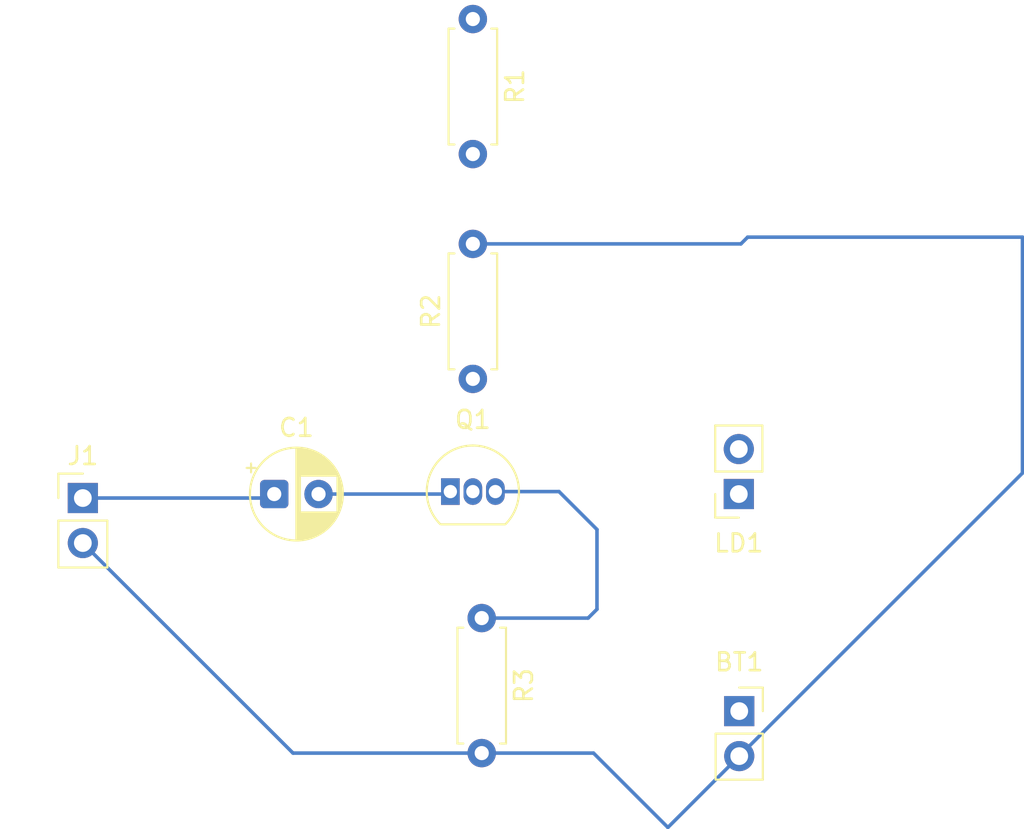
<source format=kicad_pcb>
(kicad_pcb (version 20241229) (generator "pcbnew") (generator_version "9.0")
  (layers (0 "F.Cu" signal) (2 "B.Cu" signal) (13 "F.Paste" user) (15 "B.Paste" user) (5 "F.SilkS" user "F.Silkscreen") (7 "B.SilkS" user "B.Silkscreen") (1 "F.Mask" user) (3 "B.Mask" user) (25 "Edge.Cuts" user))
  (net 0 "")
  (net 1 "GND")
  (net 2 "Net-(BT1-+)")
  (net 3 "Net-(J1-Pin_1)")
  (net 4 "Net-(Q1-B)")
  (net 5 "Net-(LD1-K)")
  (net 6 "Net-(Q1-E)")
  (footprint "Resistor_THT:R_Axial_DIN0207_L6.3mm_D2.5mm_P7.62mm_Horizontal" (layer "F.Cu") (at 136.5 90.5 -90)
    (property "Reference" "R3" (at 3.81 -2.37 90) (layer "F.SilkS"))
    (property "Value" "33")
    (fp_line (start 0.54 1.37) (end 7.08 1.37) (stroke (width 0.12)) (layer "F.SilkS"))
    (fp_line (start 7.08 1.37) (end 7.08 1.04) (stroke (width 0.12)) (layer "F.SilkS"))
    (fp_line (start 0.54 1.04) (end 0.54 1.37) (stroke (width 0.12)) (layer "F.SilkS"))
    (fp_line (start 0.54 -1.04) (end 0.54 -1.37) (stroke (width 0.12)) (layer "F.SilkS"))
    (fp_line (start 0.54 -1.37) (end 7.08 -1.37) (stroke (width 0.12)) (layer "F.SilkS"))
    (fp_line (start 7.08 -1.37) (end 7.08 -1.04) (stroke (width 0.12)) (layer "F.SilkS"))
    (pad "1" thru_hole circle (at 0 0 270) (size 1.6 1.6) (drill 0.8) (layers "*.Cu" "*.Mask") (net 6 "Net-(Q1-E)"))
    (pad "2" thru_hole circle (at 7.62 0 270) (size 1.6 1.6) (drill 0.8) (layers "*.Cu" "*.Mask") (net 1 "GND"))
  )
  (footprint "Connector_PinHeader_2.54mm:PinHeader_1x02_P2.54mm_Vertical" (layer "F.Cu") (at 114 83.725)
    (property "Reference" "J1" (at 0 -2.38 0) (layer "F.SilkS"))
    (property "Value" "Conn_01x02")
    (fp_line (start -1.38 -1.38) (end 0 -1.38) (stroke (width 0.12)) (layer "F.SilkS"))
    (fp_line (start -1.38 0) (end -1.38 -1.38) (stroke (width 0.12)) (layer "F.SilkS"))
    (fp_line (start -1.38 1.27) (end -1.38 3.92) (stroke (width 0.12)) (layer "F.SilkS"))
    (fp_line (start -1.38 1.27) (end 1.38 1.27) (stroke (width 0.12)) (layer "F.SilkS"))
    (fp_line (start -1.38 3.92) (end 1.38 3.92) (stroke (width 0.12)) (layer "F.SilkS"))
    (fp_line (start 1.38 1.27) (end 1.38 3.92) (stroke (width 0.12)) (layer "F.SilkS"))
    (pad "1" thru_hole rect (at 0 0) (size 1.7 1.7) (drill 1) (layers "*.Cu" "*.Mask") (net 3 "Net-(J1-Pin_1)"))
    (pad "2" thru_hole circle (at 0 2.54) (size 1.7 1.7) (drill 1) (layers "*.Cu" "*.Mask") (net 1 "GND"))
  )
  (footprint "Capacitor_THT:CP_Radial_D5.0mm_P2.50mm" (layer "F.Cu") (at 124.794888 83.5)
    (property "Reference" "C1" (at 1.25 -3.75 0) (layer "F.SilkS"))
    (property "Value" "10uF")
    (fp_line (start -1.554775 -1.475) (end -1.054775 -1.475) (stroke (width 0.12)) (layer "F.SilkS"))
    (fp_line (start -1.304775 -1.725) (end -1.304775 -1.225) (stroke (width 0.12)) (layer "F.SilkS"))
    (fp_line (start 1.25 -2.58) (end 1.25 2.58) (stroke (width 0.12)) (layer "F.SilkS"))
    (fp_line (start 1.29 -2.58) (end 1.29 2.58) (stroke (width 0.12)) (layer "F.SilkS"))
    (fp_line (start 1.33 -2.579) (end 1.33 2.579) (stroke (width 0.12)) (layer "F.SilkS"))
    (fp_line (start 1.37 -2.577) (end 1.37 2.577) (stroke (width 0.12)) (layer "F.SilkS"))
    (fp_line (start 1.41 -2.575) (end 1.41 2.575) (stroke (width 0.12)) (layer "F.SilkS"))
    (fp_line (start 1.45 -2.572) (end 1.45 2.572) (stroke (width 0.12)) (layer "F.SilkS"))
    (fp_line (start 1.49 -2.569) (end 1.49 -1.04) (stroke (width 0.12)) (layer "F.SilkS"))
    (fp_line (start 1.49 1.04) (end 1.49 2.569) (stroke (width 0.12)) (layer "F.SilkS"))
    (fp_line (start 1.53 -2.565) (end 1.53 -1.04) (stroke (width 0.12)) (layer "F.SilkS"))
    (fp_line (start 1.53 1.04) (end 1.53 2.565) (stroke (width 0.12)) (layer "F.SilkS"))
    (fp_line (start 1.57 -2.56) (end 1.57 -1.04) (stroke (width 0.12)) (layer "F.SilkS"))
    (fp_line (start 1.57 1.04) (end 1.57 2.56) (stroke (width 0.12)) (layer "F.SilkS"))
    (fp_line (start 1.61 -2.555) (end 1.61 -1.04) (stroke (width 0.12)) (layer "F.SilkS"))
    (fp_line (start 1.61 1.04) (end 1.61 2.555) (stroke (width 0.12)) (layer "F.SilkS"))
    (fp_line (start 1.65 -2.549) (end 1.65 -1.04) (stroke (width 0.12)) (layer "F.SilkS"))
    (fp_line (start 1.65 1.04) (end 1.65 2.549) (stroke (width 0.12)) (layer "F.SilkS"))
    (fp_line (start 1.69 -2.543) (end 1.69 -1.04) (stroke (width 0.12)) (layer "F.SilkS"))
    (fp_line (start 1.69 1.04) (end 1.69 2.543) (stroke (width 0.12)) (layer "F.SilkS"))
    (fp_line (start 1.73 -2.536) (end 1.73 -1.04) (stroke (width 0.12)) (layer "F.SilkS"))
    (fp_line (start 1.73 1.04) (end 1.73 2.536) (stroke (width 0.12)) (layer "F.SilkS"))
    (fp_line (start 1.77 -2.528) (end 1.77 -1.04) (stroke (width 0.12)) (layer "F.SilkS"))
    (fp_line (start 1.77 1.04) (end 1.77 2.528) (stroke (width 0.12)) (layer "F.SilkS"))
    (fp_line (start 1.81 -2.519) (end 1.81 -1.04) (stroke (width 0.12)) (layer "F.SilkS"))
    (fp_line (start 1.81 1.04) (end 1.81 2.519) (stroke (width 0.12)) (layer "F.SilkS"))
    (fp_line (start 1.85 -2.51) (end 1.85 -1.04) (stroke (width 0.12)) (layer "F.SilkS"))
    (fp_line (start 1.85 1.04) (end 1.85 2.51) (stroke (width 0.12)) (layer "F.SilkS"))
    (fp_line (start 1.89 -2.501) (end 1.89 -1.04) (stroke (width 0.12)) (layer "F.SilkS"))
    (fp_line (start 1.89 1.04) (end 1.89 2.501) (stroke (width 0.12)) (layer "F.SilkS"))
    (fp_line (start 1.93 -2.49) (end 1.93 -1.04) (stroke (width 0.12)) (layer "F.SilkS"))
    (fp_line (start 1.93 1.04) (end 1.93 2.49) (stroke (width 0.12)) (layer "F.SilkS"))
    (fp_line (start 1.97 -2.479) (end 1.97 -1.04) (stroke (width 0.12)) (layer "F.SilkS"))
    (fp_line (start 1.97 1.04) (end 1.97 2.479) (stroke (width 0.12)) (layer "F.SilkS"))
    (fp_line (start 2.01 -2.467) (end 2.01 -1.04) (stroke (width 0.12)) (layer "F.SilkS"))
    (fp_line (start 2.01 1.04) (end 2.01 2.467) (stroke (width 0.12)) (layer "F.SilkS"))
    (fp_line (start 2.05 -2.455) (end 2.05 -1.04) (stroke (width 0.12)) (layer "F.SilkS"))
    (fp_line (start 2.05 1.04) (end 2.05 2.455) (stroke (width 0.12)) (layer "F.SilkS"))
    (fp_line (start 2.09 -2.442) (end 2.09 -1.04) (stroke (width 0.12)) (layer "F.SilkS"))
    (fp_line (start 2.09 1.04) (end 2.09 2.442) (stroke (width 0.12)) (layer "F.SilkS"))
    (fp_line (start 2.13 -2.428) (end 2.13 -1.04) (stroke (width 0.12)) (layer "F.SilkS"))
    (fp_line (start 2.13 1.04) (end 2.13 2.428) (stroke (width 0.12)) (layer "F.SilkS"))
    (fp_line (start 2.17 -2.413) (end 2.17 -1.04) (stroke (width 0.12)) (layer "F.SilkS"))
    (fp_line (start 2.17 1.04) (end 2.17 2.413) (stroke (width 0.12)) (layer "F.SilkS"))
    (fp_line (start 2.21 -2.398) (end 2.21 -1.04) (stroke (width 0.12)) (layer "F.SilkS"))
    (fp_line (start 2.21 1.04) (end 2.21 2.398) (stroke (width 0.12)) (layer "F.SilkS"))
    (fp_line (start 2.25 -2.382) (end 2.25 -1.04) (stroke (width 0.12)) (layer "F.SilkS"))
    (fp_line (start 2.25 1.04) (end 2.25 2.382) (stroke (width 0.12)) (layer "F.SilkS"))
    (fp_line (start 2.29 -2.365) (end 2.29 -1.04) (stroke (width 0.12)) (layer "F.SilkS"))
    (fp_line (start 2.29 1.04) (end 2.29 2.365) (stroke (width 0.12)) (layer "F.SilkS"))
    (fp_line (start 2.33 -2.347) (end 2.33 -1.04) (stroke (width 0.12)) (layer "F.SilkS"))
    (fp_line (start 2.33 1.04) (end 2.33 2.347) (stroke (width 0.12)) (layer "F.SilkS"))
    (fp_line (start 2.37 -2.329) (end 2.37 -1.04) (stroke (width 0.12)) (layer "F.SilkS"))
    (fp_line (start 2.37 1.04) (end 2.37 2.329) (stroke (width 0.12)) (layer "F.SilkS"))
    (fp_line (start 2.41 -2.309) (end 2.41 -1.04) (stroke (width 0.12)) (layer "F.SilkS"))
    (fp_line (start 2.41 1.04) (end 2.41 2.309) (stroke (width 0.12)) (layer "F.SilkS"))
    (fp_line (start 2.45 -2.289) (end 2.45 -1.04) (stroke (width 0.12)) (layer "F.SilkS"))
    (fp_line (start 2.45 1.04) (end 2.45 2.289) (stroke (width 0.12)) (layer "F.SilkS"))
    (fp_line (start 2.49 -2.268) (end 2.49 -1.04) (stroke (width 0.12)) (layer "F.SilkS"))
    (fp_line (start 2.49 1.04) (end 2.49 2.268) (stroke (width 0.12)) (layer "F.SilkS"))
    (fp_line (start 2.53 -2.246) (end 2.53 -1.04) (stroke (width 0.12)) (layer "F.SilkS"))
    (fp_line (start 2.53 1.04) (end 2.53 2.246) (stroke (width 0.12)) (layer "F.SilkS"))
    (fp_line (start 2.57 -2.223) (end 2.57 -1.04) (stroke (width 0.12)) (layer "F.SilkS"))
    (fp_line (start 2.57 1.04) (end 2.57 2.223) (stroke (width 0.12)) (layer "F.SilkS"))
    (fp_line (start 2.61 -2.199) (end 2.61 -1.04) (stroke (width 0.12)) (layer "F.SilkS"))
    (fp_line (start 2.61 1.04) (end 2.61 2.199) (stroke (width 0.12)) (layer "F.SilkS"))
    (fp_line (start 2.65 -2.175) (end 2.65 -1.04) (stroke (width 0.12)) (layer "F.SilkS"))
    (fp_line (start 2.65 1.04) (end 2.65 2.175) (stroke (width 0.12)) (layer "F.SilkS"))
    (fp_line (start 2.69 -2.149) (end 2.69 -1.04) (stroke (width 0.12)) (layer "F.SilkS"))
    (fp_line (start 2.69 1.04) (end 2.69 2.149) (stroke (width 0.12)) (layer "F.SilkS"))
    (fp_line (start 2.73 -2.122) (end 2.73 -1.04) (stroke (width 0.12)) (layer "F.SilkS"))
    (fp_line (start 2.73 1.04) (end 2.73 2.122) (stroke (width 0.12)) (layer "F.SilkS"))
    (fp_line (start 2.77 -2.094) (end 2.77 -1.04) (stroke (width 0.12)) (layer "F.SilkS"))
    (fp_line (start 2.77 1.04) (end 2.77 2.094) (stroke (width 0.12)) (layer "F.SilkS"))
    (fp_line (start 2.81 -2.065) (end 2.81 -1.04) (stroke (width 0.12)) (layer "F.SilkS"))
    (fp_line (start 2.81 1.04) (end 2.81 2.065) (stroke (width 0.12)) (layer "F.SilkS"))
    (fp_line (start 2.85 -2.035) (end 2.85 -1.04) (stroke (width 0.12)) (layer "F.SilkS"))
    (fp_line (start 2.85 1.04) (end 2.85 2.035) (stroke (width 0.12)) (layer "F.SilkS"))
    (fp_line (start 2.89 -2.003) (end 2.89 -1.04) (stroke (width 0.12)) (layer "F.SilkS"))
    (fp_line (start 2.89 1.04) (end 2.89 2.003) (stroke (width 0.12)) (layer "F.SilkS"))
    (fp_line (start 2.93 -1.97) (end 2.93 -1.04) (stroke (width 0.12)) (layer "F.SilkS"))
    (fp_line (start 2.93 1.04) (end 2.93 1.97) (stroke (width 0.12)) (layer "F.SilkS"))
    (fp_line (start 2.97 -1.936) (end 2.97 -1.04) (stroke (width 0.12)) (layer "F.SilkS"))
    (fp_line (start 2.97 1.04) (end 2.97 1.936) (stroke (width 0.12)) (layer "F.SilkS"))
    (fp_line (start 3.01 -1.901) (end 3.01 -1.04) (stroke (width 0.12)) (layer "F.SilkS"))
    (fp_line (start 3.01 1.04) (end 3.01 1.901) (stroke (width 0.12)) (layer "F.SilkS"))
    (fp_line (start 3.05 -1.864) (end 3.05 -1.04) (stroke (width 0.12)) (layer "F.SilkS"))
    (fp_line (start 3.05 1.04) (end 3.05 1.864) (stroke (width 0.12)) (layer "F.SilkS"))
    (fp_line (start 3.09 -1.825) (end 3.09 -1.04) (stroke (width 0.12)) (layer "F.SilkS"))
    (fp_line (start 3.09 1.04) (end 3.09 1.825) (stroke (width 0.12)) (layer "F.SilkS"))
    (fp_line (start 3.13 -1.785) (end 3.13 -1.04) (stroke (width 0.12)) (layer "F.SilkS"))
    (fp_line (start 3.13 1.04) (end 3.13 1.785) (stroke (width 0.12)) (layer "F.SilkS"))
    (fp_line (start 3.17 -1.743) (end 3.17 -1.04) (stroke (width 0.12)) (layer "F.SilkS"))
    (fp_line (start 3.17 1.04) (end 3.17 1.743) (stroke (width 0.12)) (layer "F.SilkS"))
    (fp_line (start 3.21 -1.699) (end 3.21 -1.04) (stroke (width 0.12)) (layer "F.SilkS"))
    (fp_line (start 3.21 1.04) (end 3.21 1.699) (stroke (width 0.12)) (layer "F.SilkS"))
    (fp_line (start 3.25 -1.652) (end 3.25 -1.04) (stroke (width 0.12)) (layer "F.SilkS"))
    (fp_line (start 3.25 1.04) (end 3.25 1.652) (stroke (width 0.12)) (layer "F.SilkS"))
    (fp_line (start 3.29 -1.604) (end 3.29 -1.04) (stroke (width 0.12)) (layer "F.SilkS"))
    (fp_line (start 3.29 1.04) (end 3.29 1.604) (stroke (width 0.12)) (layer "F.SilkS"))
    (fp_line (start 3.33 -1.553) (end 3.33 -1.04) (stroke (width 0.12)) (layer "F.SilkS"))
    (fp_line (start 3.33 1.04) (end 3.33 1.553) (stroke (width 0.12)) (layer "F.SilkS"))
    (fp_line (start 3.37 -1.499) (end 3.37 -1.04) (stroke (width 0.12)) (layer "F.SilkS"))
    (fp_line (start 3.37 1.04) (end 3.37 1.499) (stroke (width 0.12)) (layer "F.SilkS"))
    (fp_line (start 3.41 -1.443) (end 3.41 -1.04) (stroke (width 0.12)) (layer "F.SilkS"))
    (fp_line (start 3.41 1.04) (end 3.41 1.443) (stroke (width 0.12)) (layer "F.SilkS"))
    (fp_line (start 3.45 -1.383) (end 3.45 -1.04) (stroke (width 0.12)) (layer "F.SilkS"))
    (fp_line (start 3.45 1.04) (end 3.45 1.383) (stroke (width 0.12)) (layer "F.SilkS"))
    (fp_line (start 3.49 -1.319) (end 3.49 -1.04) (stroke (width 0.12)) (layer "F.SilkS"))
    (fp_line (start 3.49 1.04) (end 3.49 1.319) (stroke (width 0.12)) (layer "F.SilkS"))
    (fp_line (start 3.53 -1.251) (end 3.53 -1.04) (stroke (width 0.12)) (layer "F.SilkS"))
    (fp_line (start 3.53 1.04) (end 3.53 1.251) (stroke (width 0.12)) (layer "F.SilkS"))
    (fp_line (start 3.57 -1.177) (end 3.57 1.177) (stroke (width 0.12)) (layer "F.SilkS"))
    (fp_line (start 3.61 -1.098) (end 3.61 1.098) (stroke (width 0.12)) (layer "F.SilkS"))
    (fp_line (start 3.65 -1.011) (end 3.65 1.011) (stroke (width 0.12)) (layer "F.SilkS"))
    (fp_line (start 3.69 -0.914) (end 3.69 0.914) (stroke (width 0.12)) (layer "F.SilkS"))
    (fp_line (start 3.73 -0.805) (end 3.73 0.805) (stroke (width 0.12)) (layer "F.SilkS"))
    (fp_line (start 3.77 -0.677) (end 3.77 0.677) (stroke (width 0.12)) (layer "F.SilkS"))
    (fp_line (start 3.81 -0.517) (end 3.81 0.517) (stroke (width 0.12)) (layer "F.SilkS"))
    (fp_line (start 3.85 -0.283) (end 3.85 0.283) (stroke (width 0.12)) (layer "F.SilkS"))
    (fp_circle (center 1.25 0) (end 3.87 0) (stroke (width 0.12)) (fill no) (layer "F.SilkS"))
    (pad "1" thru_hole roundrect (at 0 0) (size 1.6 1.6) (drill 0.8) (layers "*.Cu" "*.Mask") (roundrect_rratio 0.15625) (net 3 "Net-(J1-Pin_1)"))
    (pad "2" thru_hole circle (at 2.5 0) (size 1.6 1.6) (drill 0.8) (layers "*.Cu" "*.Mask") (net 4 "Net-(Q1-B)"))
  )
  (footprint "Package_TO_SOT_THT:TO-92_Inline" (layer "F.Cu") (at 134.73 83.36)
    (property "Reference" "Q1" (at 1.27 -4.06 0) (layer "F.SilkS"))
    (property "Value" "Q_NPN_BCE")
    (fp_line (start -0.53 1.85) (end 3.07 1.85) (stroke (width 0.12)) (layer "F.SilkS"))
    (fp_arc (start -0.568478 1.838478) (mid -1.132087 -0.994977) (end 1.27 -2.6) (stroke (width 0.12)) (layer "F.SilkS"))
    (fp_arc (start 1.27 -2.6) (mid 3.672087 -0.994977) (end 3.108478 1.838478) (stroke (width 0.12)) (layer "F.SilkS"))
    (pad "1" thru_hole rect (at 0 0) (size 1.05 1.5) (drill 0.75) (layers "*.Cu" "*.Mask") (net 4 "Net-(Q1-B)"))
    (pad "2" thru_hole oval (at 1.27 0) (size 1.05 1.5) (drill 0.75) (layers "*.Cu" "*.Mask") (net 5 "Net-(LD1-K)"))
    (pad "3" thru_hole oval (at 2.54 0) (size 1.05 1.5) (drill 0.75) (layers "*.Cu" "*.Mask") (net 6 "Net-(Q1-E)"))
  )
  (footprint "Resistor_THT:R_Axial_DIN0207_L6.3mm_D2.5mm_P7.62mm_Horizontal" (layer "F.Cu") (at 136 56.69 -90)
    (property "Reference" "R1" (at 3.81 -2.37 90) (layer "F.SilkS"))
    (property "Value" "10k")
    (fp_line (start 0.54 1.37) (end 7.08 1.37) (stroke (width 0.12)) (layer "F.SilkS"))
    (fp_line (start 7.08 1.37) (end 7.08 1.04) (stroke (width 0.12)) (layer "F.SilkS"))
    (fp_line (start 0.54 1.04) (end 0.54 1.37) (stroke (width 0.12)) (layer "F.SilkS"))
    (fp_line (start 0.54 -1.04) (end 0.54 -1.37) (stroke (width 0.12)) (layer "F.SilkS"))
    (fp_line (start 0.54 -1.37) (end 7.08 -1.37) (stroke (width 0.12)) (layer "F.SilkS"))
    (fp_line (start 7.08 -1.37) (end 7.08 -1.04) (stroke (width 0.12)) (layer "F.SilkS"))
    (pad "1" thru_hole circle (at 0 0 270) (size 1.6 1.6) (drill 0.8) (layers "*.Cu" "*.Mask") (net 2 "Net-(BT1-+)"))
    (pad "2" thru_hole circle (at 7.62 0 270) (size 1.6 1.6) (drill 0.8) (layers "*.Cu" "*.Mask") (net 4 "Net-(Q1-B)"))
  )
  (footprint "Connector_PinSocket_2.54mm:PinSocket_1x02_P2.54mm_Vertical" (layer "F.Cu") (at 151.025 95.75)
    (property "Reference" "BT1" (at 0 -2.77 0) (layer "F.SilkS"))
    (property "Value" "9V")
    (fp_line (start -1.33 1.27) (end -1.33 3.87) (stroke (width 0.12)) (layer "F.SilkS"))
    (fp_line (start -1.33 1.27) (end 1.33 1.27) (stroke (width 0.12)) (layer "F.SilkS"))
    (fp_line (start -1.33 3.87) (end 1.33 3.87) (stroke (width 0.12)) (layer "F.SilkS"))
    (fp_line (start 0 -1.33) (end 1.33 -1.33) (stroke (width 0.12)) (layer "F.SilkS"))
    (fp_line (start 1.33 -1.33) (end 1.33 0) (stroke (width 0.12)) (layer "F.SilkS"))
    (fp_line (start 1.33 1.27) (end 1.33 3.87) (stroke (width 0.12)) (layer "F.SilkS"))
    (pad "1" thru_hole rect (at 0 0) (size 1.7 1.7) (drill 1) (layers "*.Cu" "*.Mask") (net 2 "Net-(BT1-+)"))
    (pad "2" thru_hole circle (at 0 2.54) (size 1.7 1.7) (drill 1) (layers "*.Cu" "*.Mask") (net 1 "GND"))
  )
  (footprint "Resistor_THT:R_Axial_DIN0207_L6.3mm_D2.5mm_P7.62mm_Horizontal" (layer "F.Cu") (at 136 77 90)
    (property "Reference" "R2" (at 3.81 -2.37 90) (layer "F.SilkS"))
    (property "Value" "2.2k")
    (fp_line (start 7.08 -1.37) (end 7.08 -1.04) (stroke (width 0.12)) (layer "F.SilkS"))
    (fp_line (start 0.54 -1.37) (end 7.08 -1.37) (stroke (width 0.12)) (layer "F.SilkS"))
    (fp_line (start 0.54 -1.04) (end 0.54 -1.37) (stroke (width 0.12)) (layer "F.SilkS"))
    (fp_line (start 0.54 1.04) (end 0.54 1.37) (stroke (width 0.12)) (layer "F.SilkS"))
    (fp_line (start 7.08 1.37) (end 7.08 1.04) (stroke (width 0.12)) (layer "F.SilkS"))
    (fp_line (start 0.54 1.37) (end 7.08 1.37) (stroke (width 0.12)) (layer "F.SilkS"))
    (pad "1" thru_hole circle (at 0 0 90) (size 1.6 1.6) (drill 0.8) (layers "*.Cu" "*.Mask") (net 4 "Net-(Q1-B)"))
    (pad "2" thru_hole circle (at 7.62 0 90) (size 1.6 1.6) (drill 0.8) (layers "*.Cu" "*.Mask") (net 1 "GND"))
  )
  (footprint "Connector_PinSocket_2.54mm:PinSocket_1x02_P2.54mm_Vertical" (layer "F.Cu") (at 151 83.5 180)
    (property "Reference" "LD1" (at 0 -2.77 0) (layer "F.SilkS"))
    (property "Value" "D_Laser_1C2A")
    (fp_line (start 1.33 1.27) (end 1.33 3.87) (stroke (width 0.12)) (layer "F.SilkS"))
    (fp_line (start 1.33 -1.33) (end 1.33 0) (stroke (width 0.12)) (layer "F.SilkS"))
    (fp_line (start 0 -1.33) (end 1.33 -1.33) (stroke (width 0.12)) (layer "F.SilkS"))
    (fp_line (start -1.33 3.87) (end 1.33 3.87) (stroke (width 0.12)) (layer "F.SilkS"))
    (fp_line (start -1.33 1.27) (end 1.33 1.27) (stroke (width 0.12)) (layer "F.SilkS"))
    (fp_line (start -1.33 1.27) (end -1.33 3.87) (stroke (width 0.12)) (layer "F.SilkS"))
    (pad "1" thru_hole rect (at 0 0 180) (size 1.7 1.7) (drill 1) (layers "*.Cu" "*.Mask") (net 5 "Net-(LD1-K)"))
    (pad "2" thru_hole circle (at 0 2.54 180) (size 1.7 1.7) (drill 1) (layers "*.Cu" "*.Mask") (net 2 "Net-(BT1-+)"))
  )
  (segment (start 167 82.315) (end 167 69) (width 0.2) (layer "B.Cu") (net 1))
  (segment (start 136.5 98.12) (end 125.855 98.12) (width 0.2) (layer "B.Cu") (net 1))
  (segment (start 125.855 98.12) (end 114 86.265) (width 0.2) (layer "B.Cu") (net 1))
  (segment (start 151.025 98.29) (end 167 82.315) (width 0.2) (layer "B.Cu") (net 1))
  (segment (start 151.5 69) (end 151.12 69.38) (width 0.2) (layer "B.Cu") (net 1))
  (segment (start 151.025 98.29) (end 147 102.315) (width 0.2) (layer "B.Cu") (net 1))
  (segment (start 151.12 69.38) (end 136 69.38) (width 0.2) (layer "B.Cu") (net 1))
  (segment (start 147 102.315) (end 142.805 98.12) (width 0.2) (layer "B.Cu") (net 1))
  (segment (start 142.805 98.12) (end 136.5 98.12) (width 0.2) (layer "B.Cu") (net 1))
  (segment (start 167 69) (end 151.5 69) (width 0.2) (layer "B.Cu") (net 1))
  (segment (start 114 83.725) (end 124.569888 83.725) (width 0.2) (layer "B.Cu") (net 3))
  (segment (start 124.569888 83.725) (end 124.794888 83.5) (width 0.2) (layer "B.Cu") (net 3))
  (segment (start 134.59 83.5) (end 134.73 83.36) (width 0.2) (layer "B.Cu") (net 4))
  (segment (start 127.294888 83.5) (end 134.59 83.5) (width 0.2) (layer "B.Cu") (net 4))
  (segment (start 143 90) (end 142.5 90.5) (width 0.2) (layer "B.Cu") (net 6))
  (segment (start 142.5 90.5) (end 136.5 90.5) (width 0.2) (layer "B.Cu") (net 6))
  (segment (start 140.86 83.36) (end 143 85.5) (width 0.2) (layer "B.Cu") (net 6))
  (segment (start 137.27 83.36) (end 140.86 83.36) (width 0.2) (layer "B.Cu") (net 6))
  (segment (start 143 85.5) (end 143 90) (width 0.2) (layer "B.Cu") (net 6))
)
</source>
